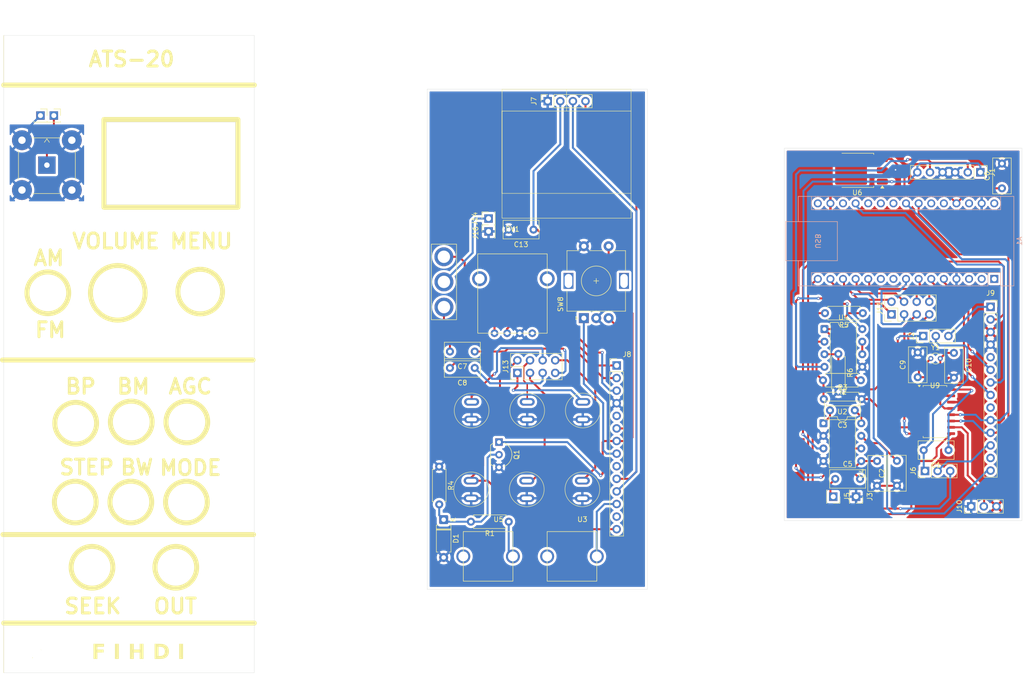
<source format=kicad_pcb>
(kicad_pcb (version 20241229) (generator "pcbnew") (generator_version "9.0")
  (layers (0 "F.Cu" signal) (2 "B.Cu" signal) (13 "F.Paste" user) (15 "B.Paste" user) (5 "F.SilkS" user "F.Silkscreen") (7 "B.SilkS" user "B.Silkscreen") (1 "F.Mask" user) (3 "B.Mask" user) (25 "Edge.Cuts" user))
  (net 0 "")
  (net 1 "BM")
  (net 2 "ENCSW")
  (net 3 "AGC")
  (net 7 "SCLK")
  (net 8 "STEP")
  (net 11 "+3V3")
  (net 15 "GND")
  (net 16 "BP")
  (net 17 "SDIO")
  (net 19 "RST")
  (net 21 "BW")
  (net 22 "MODE")
  (net 23 "+5V")
  (net 25 "ENCA")
  (net 27 "ENCB")
  (net 28 "Net-(U9-ROUT)")
  (net 29 "ROUT")
  (net 30 "Net-(U2-BYPASS)")
  (net 31 "Net-(C3-Pad2)")
  (net 32 "Net-(C3-Pad1)")
  (net 33 "Net-(C4-Pad2)")
  (net 34 "Net-(J5-Pin_1)")
  (net 35 "Net-(U9-DCLK)")
  (net 36 "Net-(U9-RCLK)")
  (net 37 "+12V")
  (net 38 "-12V")
  (net 39 "ROUT_PRE")
  (net 40 "Net-(J2-Pin_1)")
  (net 41 "Net-(J6-Pin_3)")
  (net 42 "JOUT")
  (net 43 "ROUT_POST")
  (net 44 "Net-(J10-Pin_2)")
  (net 45 "Net-(R2-Pad1)")
  (net 46 "Net-(U4A--)")
  (net 47 "Net-(U4B--)")
  (net 52 "FM")
  (net 53 "AM")
  (net 54 "Net-(SW7-A)")
  (net 55 "Net-(SW7-C)")
  (net 56 "Net-(D1-K)")
  (net 57 "Net-(R1-Pad1)")
  (net 58 "Net-(J12-Pin_1)")
  (net 59 "Net-(J14-Pin_1)")
  (footprint "Package_TO_SOT_SMD:TO-252-3_TabPin2" (layer "F.Cu") (at 212.4107 56.7 180)
    (property "Reference" "U6")
    (property "Value" "L7805")
  )
  (footprint "Connector_PinSocket_2.54mm:PinSocket_1x01_P2.54mm_Vertical" (layer "F.Cu") (at 47.8 45.65)
    (property "Reference" "J15" (hide yes))
    (property "Value" "Conn_01x01_Pin")
  )
  (footprint "MountingHole:MountingHole_3.2mm_M3" (layer "F.Cu") (at 83.46 32.5)
    (property "Reference" "REF**" (hide yes))
    (property "Value" "MountingHole_3.2mm_M3" (hide yes))
  )
  (footprint "Rotary_Encoder:RotaryEncoder_Alps_EC11E-Switch_Vertical_H20mm" (layer "F.Cu") (at 157.3 86.5 90)
    (property "Reference" "SW8")
    (property "Value" "RotaryEncoder_Switch")
  )
  (footprint "MountingHole:MountingHole_3.2mm_M3" (layer "F.Cu") (at 47.9 155)
    (property "Reference" "REF**" (hide yes))
    (property "Value" "MountingHole_3.2mm_M3" (hide yes))
  )
  (footprint "Package_DIP:DIP-8_W7.62mm" (layer "F.Cu") (at 205.7857 88.71)
    (property "Reference" "U4")
    (property "Value" "TL072")
  )
  (footprint "" (layer "F.Cu") (at 80.0107 81.15)
    (property "Reference" "")
    (property "Value" "")
  )
  (footprint "Library:PushButton" (layer "F.Cu") (at 157.0014 121.04 90)
    (property "Reference" "SW1" (hide yes))
    (property "Value" "SW_Push" (hide yes))
  )
  (footprint "Connector_PinHeader_2.54mm:PinHeader_1x14_P2.54mm_Vertical" (layer "F.Cu") (at 163.9164 96.05)
    (property "Reference" "J8")
    (property "Value" "Conn_01x14_Pin")
  )
  (footprint "Package_DIP:DIP-8_W7.62mm" (layer "F.Cu") (at 205.5857 107.71)
    (property "Reference" "U2")
    (property "Value" "LM386")
  )
  (footprint "Connector_PinSocket_2.54mm:PinSocket_1x04_P2.54mm_Vertical" (layer "F.Cu") (at 150.0164 42.75 90)
    (property "Reference" "J7")
    (property "Value" "Conn_01x04_Pin")
  )
  (footprint "Connector_PinHeader_2.54mm:PinHeader_2x04_P2.54mm_Vertical" (layer "F.Cu") (at 219.2957 85.74 90)
    (property "Reference" "J11")
    (property "Value" "Conn_02x04_Counter_Clockwise")
  )
  (footprint "Resistor_THT:R_Axial_DIN0207_L6.3mm_D2.5mm_P7.62mm_Horizontal" (layer "F.Cu") (at 128.15535 116.44535 -90)
    (property "Reference" "R4")
    (property "Value" "R")
  )
  (footprint "MountingHole:MountingHole_3.2mm_M3" (layer "F.Cu") (at 83.46 155)
    (property "Reference" "REF**" (hide yes))
    (property "Value" "MountingHole_3.2mm_M3" (hide yes))
  )
  (footprint "Connector_PinSocket_2.54mm:PinSocket_1x01_P2.54mm_Vertical" (layer "F.Cu") (at 50.5 45.65)
    (property "Reference" "J12" (hide yes))
    (property "Value" "Conn_01x01_Pin")
  )
  (footprint "Library:PushButton" (layer "F.Cu") (at 134.6014 121.04 90)
    (property "Reference" "SW5" (hide yes))
    (property "Value" "SW_Push" (hide yes))
  )
  (footprint "" (layer "F.Cu") (at 58.2 136.75)
    (property "Reference" "")
    (property "Value" "")
  )
  (footprint "MountingHole:MountingHole_3.2mm_M3" (layer "F.Cu") (at 47.9 32.5)
    (property "Reference" "REF**" (hide yes))
    (property "Value" "MountingHole_3.2mm_M3" (hide yes))
  )
  (footprint "Capacitor_THT:C_Rect_L7.0mm_W3.5mm_P5.00mm" (layer "F.Cu") (at 230.7907 113.12 180)
    (property "Reference" "C1")
    (property "Value" "C")
  )
  (footprint "Capacitor_THT:C_Rect_L7.0mm_W3.5mm_P5.00mm" (layer "F.Cu") (at 220.3907 120.29 90)
    (property "Reference" "C2")
    (property "Value" "C")
  )
  (footprint "Capacitor_THT:C_Rect_L7.0mm_W3.5mm_P5.00mm" (layer "F.Cu") (at 135.3164 96.55 180)
    (property "Reference" "C8")
    (property "Value" "C")
  )
  (footprint "Connector_PinSocket_2.54mm:PinSocket_1x01_P2.54mm_Vertical" (layer "F.Cu") (at 207.5607 122.51 -90)
    (property "Reference" "J5")
    (property "Value" "Conn_01x01_Pin")
  )
  (footprint "Package_TO_SOT_THT:TO-92L_Inline_Wide" (layer "F.Cu") (at 140.20535 111.50535 -90)
    (property "Reference" "Q1")
    (property "Value" "BC547")
  )
  (footprint "Package_SO:SOIC-16_4.55x10.3mm_P1.27mm" (layer "F.Cu") (at 228.0607 105.35)
    (property "Reference" "U9")
    (property "Value" "~")
  )
  (footprint "Connector_PinHeader_2.54mm:PinHeader_1x03_P2.54mm_Vertical" (layer "F.Cu") (at 226.0507 117.33 90)
    (property "Reference" "J6")
    (property "Value" "Conn_01x02_Pin")
  )
  (footprint "Library:PushButton" (layer "F.Cu") (at 145.8907 105.14 90)
    (property "Reference" "SW3" (hide yes))
    (property "Value" "SW_Push" (hide yes))
  )
  (footprint "Library:3mm5 Mono Aux" (layer "F.Cu") (at 154.9107 134.55)
    (property "Reference" "U3")
    (property "Value" "Aux_flush")
  )
  (footprint "" (layer "F.Cu") (at 75.0893 136.75)
    (property "Reference" "")
    (property "Value" "")
  )
  (footprint "Capacitor_THT:C_Rect_L7.0mm_W3.5mm_P5.00mm" (layer "F.Cu") (at 241.5607 60.33 90)
    (property "Reference" "C6")
    (property "Value" "C")
  )
  (footprint "Library:3mm5 Mono Aux" (layer "F.Cu") (at 138.0107 134.55)
    (property "Reference" "U5")
    (property "Value" "Aux_flush")
  )
  (footprint "Capacitor_THT:C_Rect_L7.0mm_W3.5mm_P5.00mm" (layer "F.Cu") (at 207.9607 118.93)
    (property "Reference" "C5")
    (property "Value" "C")
  )
  (footprint "" (layer "F.Cu") (at 54.82675 123.59465)
    (property "Reference" "")
    (property "Value" "")
  )
  (footprint "Resistor_THT:R_Axial_DIN0207_L6.3mm_D2.5mm_P7.62mm_Horizontal" (layer "F.Cu") (at 213.1157 99.03 180)
    (property "Reference" "R2")
    (property "Value" "R")
  )
  (footprint "Connector_Coaxial:BNC_TEConnectivity_1478035_Horizontal" (layer "F.Cu") (at 49.1 55.65)
    (property "Reference" "J4" (hide yes))
    (property "Value" "Conn_Coaxial")
  )
  (footprint "Connector_PinHeader_2.54mm:PinHeader_2x04_P2.54mm_Vertical" (layer "F.Cu") (at 143.9164 97.55 90)
    (property "Reference" "J13")
    (property "Value" "Conn_02x04_Counter_Clockwise")
  )
  (footprint "" (layer "F.Cu") (at 66.1107 107.45)
    (property "Reference" "")
    (property "Value" "")
  )
  (footprint "Connector_PinHeader_2.54mm:PinHeader_1x06_P2.54mm_Vertical" (layer "F.Cu") (at 237.2107 57.1 -90)
    (property "Reference" "J1")
    (property "Value" "Conn_01x06_Pin")
  )
  (footprint "Library:PushButton" (layer "F.Cu") (at 157.0907 105.14 90)
    (property "Reference" "SW6" (hide yes))
    (property "Value" "SW_Push" (hide yes))
  )
  (footprint "Crystal:Crystal_DS26_D2.0mm_L6.0mm_Vertical" (layer "F.Cu") (at 227.2257 94.65)
    (property "Reference" "Y1")
    (property "Value" "Crystal")
  )
  (footprint "Capacitor_THT:C_Rect_L7.0mm_W3.5mm_P5.00mm" (layer "F.Cu") (at 224.5907 98.42 90)
    (property "Reference" "C9")
    (property "Value" "C")
  )
  (footprint "Capacitor_THT:C_Rect_L7.0mm_W3.5mm_P5.00mm" (layer "F.Cu") (at 211.9057 105.1 180)
    (property "Reference" "C3")
    (property "Value" "C")
  )
  (footprint "Resistor_THT:R_Axial_DIN0207_L6.3mm_D2.5mm_P7.62mm_Horizontal" (layer "F.Cu") (at 208.5907 93.72 -90)
    (property "Reference" "R6")
    (property "Value" "R")
  )
  (footprint "Diode_THT:D_A-405_P7.62mm_Horizontal" (layer "F.Cu") (at 129.05535 127.14535 -90)
    (property "Reference" "D1")
    (property "Value" "D")
  )
  (footprint "Resistor_THT:R_Axial_DIN0207_L6.3mm_D2.5mm_P7.62mm_Horizontal" (layer "F.Cu") (at 205.6607 102.83)
    (property "Reference" "R3")
    (property "Value" "R")
  )
  (footprint "Library:PushButton" (layer "F.Cu") (at 134.6907 105.14 90)
    (property "Reference" "SW2" (hide yes))
    (property "Value" "SW_Push" (hide yes))
  )
  (footprint "Connector_PinSocket_2.54mm:PinSocket_1x01_P2.54mm_Vertical" (layer "F.Cu") (at 212.1607 122.51 -90)
    (property "Reference" "J3")
    (property "Value" "Conn_01x01_Pin")
  )
  (footprint "" (layer "F.Cu") (at 49.3 81.4)
    (property "Reference" "")
    (property "Value" "")
  )
  (footprint "Connector_PinHeader_2.54mm:PinHeader_1x03_P2.54mm_Vertical" (layer "F.Cu") (at 235.3607 124.47 90)
    (property "Reference" "J10")
    (property "Value" "Conn_01x02_Pin")
  )
  (footprint "Library:PushButton" (layer "F.Cu") (at 145.8014 121.04 90)
    (property "Reference" "SW4" (hide yes))
    (property "Value" "SW_Push" (hide yes))
  )
  (footprint "Library:AlpsPot" (layer "F.Cu") (at 139.3007 89.549)
    (property "Reference" "RV1")
    (property "Value" "R_Potentiometer")
  )
  (footprint "Connector_PinHeader_2.54mm:PinHeader_1x03_P2.54mm_Vertical" (layer "F.Cu") (at 225.6907 90.12 90)
    (property "Reference" "J2")
    (property "Value" "Conn_01x02_Pin")
  )
  (footprint "Library:Switch" (layer "F.Cu") (at 131.6507 79.2 90)
    (property "Reference" "SW7" (hide yes))
    (property "Value" "SW_SPDT")
  )
  (footprint "Capacitor_THT:C_Rect_L7.0mm_W3.5mm_P5.00mm" (layer "F.Cu") (at 231.8757 93.52 -90)
    (property "Reference" "C10")
    (property "Value" "C")
  )
  (footprint "" (layer "F.Cu") (at 54.90535 107.69465)
    (property "Reference" "")
    (property "Value" "")
  )
  (footprint "Connector_PinSocket_2.54mm:PinSocket_1x01_P2.54mm_Vertical" (layer "F.Cu") (at 138.1 66.42 90)
    (property "Reference" "J14")
    (property "Value" "Conn_01x01_Pin")
  )
  (footprint "" (layer "F.Cu") (at 77.22675 123.59465)
    (property "Reference" "")
    (property "Value" "")
  )
  (footprint "" (layer "F.Cu") (at 77.3107 107.45)
    (property "Reference" "")
    (property "Value" "")
  )
  (footprint "" (layer "F.Cu") (at 63.4 81.4)
    (property "Reference" "")
    (property "Value" "")
  )
  (footprint "Capacitor_THT:C_Rect_L7.0mm_W3.5mm_P5.00mm" (layer "F.Cu") (at 216.3907 120.32 90)
    (property "Reference" "C4")
    (property "Value" "C")
  )
  (footprint "Capacitor_THT:C_Rect_L7.0mm_W3.5mm_P5.00mm" (layer "F.Cu") (at 135.3164 93.24 180)
    (property "Reference" "C7")
    (property "Value" "C")
  )
  (footprint "" (layer "F.Cu") (at 66.02675 123.59465)
    (property "Reference" "")
    (property "Value" "")
  )
  (footprint "Resistor_THT:R_Axial_DIN0207_L6.3mm_D2.5mm_P7.62mm_Horizontal" (layer "F.Cu") (at 142.16535 127.55535 180)
    (property "Reference" "R1")
    (property "Value" "R")
  )
  (footprint "Connector_PinSocket_2.54mm:PinSocket_1x01_P2.54mm_Vertical" (layer "F.Cu") (at 138.1 69.02 90)
    (property "Reference" "J16")
    (property "Value" "Conn_01x01_Pin")
  )
  (footprint "Capacitor_THT:C_Rect_L7.0mm_W3.5mm_P5.00mm" (layer "F.Cu") (at 147.15535 68.65535 180)
    (property "Reference" "C13")
    (property "Value" "C")
  )
  (footprint "Resistor_THT:R_Axial_DIN0207_L6.3mm_D2.5mm_P7.62mm_Horizontal" (layer "F.Cu") (at 213.5207 85.5 180)
    (property "Reference" "R5")
    (property "Value" "R")
  )
  (footprint "Connector_PinSocket_2.54mm:PinSocket_1x14_P2.54mm_Vertical" (layer "F.Cu") (at 239.2607 84.23)
    (property "Reference" "J9")
    (property "Value" "Conn_01x14_Pin")
  )
  (footprint "Module:Arduino_Nano" (layer "B.Cu") (at 240.0107 78.6 90)
    (property "Reference" "A1")
    (property "Value" "Arduino_Nano_Every")
  )
  (gr_circle (center 49.2893 81.4) (end 53.5 81.4) (stroke (width 1)) (fill no) (layer "F.SilkS"))
  (gr_circle (center 80 81.15) (end 84.5 81.15) (stroke (width 1)) (fill no) (layer "F.SilkS"))
  (gr_rect (start 60.6 46.45) (end 87.6 64.15) (stroke (width 1)) (fill no) (layer "F.SilkS"))
  (gr_line (start 90.9 148) (end 40.4 148) (stroke (width 1)) (layer "F.SilkS"))
  (gr_circle (center 77.21605 123.59465) (end 81.42675 123.59465) (stroke (width 1)) (fill no) (layer "F.SilkS"))
  (gr_line (start 40.25 130.15) (end 90.75 130.15) (stroke (width 1)) (layer "F.SilkS"))
  (gr_circle (center 54.81605 123.59465) (end 59.02675 123.59465) (stroke (width 1)) (fill no) (layer "F.SilkS"))
  (gr_circle (center 66.1 107.45) (end 70.3107 107.45) (stroke (width 1)) (fill no) (layer "F.SilkS"))
  (gr_circle (center 75.0786 136.75) (end 79.2893 136.75) (stroke (width 1)) (fill no) (layer "F.SilkS"))
  (gr_line (start 140.8164 61.35) (end 166.8164 61.35) (stroke (width 0.1)) (layer "F.SilkS"))
  (gr_line (start 40.4 29.5) (end 40.4 39.5) (stroke (width 0.1)) (layer "F.SilkS"))
  (gr_line (start 40.4 39.5) (end 90.9 39.5) (stroke (width 1)) (layer "F.SilkS"))
  (gr_circle (center 77.3 107.45) (end 81.5107 107.45) (stroke (width 1)) (fill no) (layer "F.SilkS"))
  (gr_line (start 40.4 158) (end 40.4 148) (stroke (width 0.1)) (layer "F.SilkS"))
  (gr_circle (center 66.01605 123.59465) (end 70.22675 123.59465) (stroke (width 1)) (fill no) (layer "F.SilkS"))
  (gr_circle (center 63.3893 81.4) (end 68.9 81.5) (stroke (width 1)) (fill no) (layer "F.SilkS"))
  (gr_line (start 46.2 155) (end 47.9 155) (stroke (width 0.1)) (layer "F.SilkS"))
  (gr_circle (center 58.1893 136.75) (end 62.4 136.75) (stroke (width 1)) (fill no) (layer "F.SilkS"))
  (gr_line (start 47.9 153.4) (end 47.9 155) (stroke (width 0.1)) (layer "F.SilkS"))
  (gr_line (start 140.8164 44.75) (end 166.8164 44.75) (stroke (width 0.1)) (layer "F.SilkS"))
  (gr_line (start 40.15 94.95) (end 90.65 94.95) (stroke (width 1)) (layer "F.SilkS"))
  (gr_line (start 140.8164 44.75) (end 140.8164 61.35) (stroke (width 0.1)) (layer "F.SilkS"))
  (gr_rect (start 140.8164 40.35) (end 166.8164 66.35) (stroke (width 0.1)) (fill no) (layer "F.SilkS"))
  (gr_circle (center 54.90535 107.69465) (end 59.11605 107.69465) (stroke (width 1)) (fill no) (layer "F.SilkS"))
  (gr_line (start 153.8164 40.35) (end 153.8164 44.75) (stroke (width 0.1)) (layer "F.SilkS"))
  (gr_rect (start 61.1 46.95) (end 87.1 63.65) (stroke (width 0.05)) (fill no) (layer "Edge.Cuts"))
  (gr_rect (start 197.6957 52.24) (end 245.5957 127.34) (stroke (width 0.05)) (fill no) (layer "Edge.Cuts"))
  (gr_rect (start 125.7164 40.3) (end 170.1164 141.2) (stroke (width 0.05)) (fill no) (layer "Edge.Cuts"))
  (gr_rect (start 40.4 29.5) (end 90.9 158) (stroke (width 0.05)) (fill no) (layer "Edge.Cuts"))
  (gr_text "SEEK" (at 52.3 146.35 0) (layer "F.SilkS") (effects (font (size 3 3) (thickness 0.6) (bold yes)) (justify left bottom)))
  (gr_text "BM" (at 62.9107 102.05 0) (layer "F.SilkS") (effects (font (size 3 3) (thickness 0.6) (bold yes)) (justify left bottom)))
  (gr_text "BW" (at 63.6107 118.35 0) (layer "F.SilkS") (effects (font (size 3 3) (thickness 0.6) (bold yes)) (justify left bottom)))
  (gr_text "ATS-20" (at 57.2 36.05 0) (layer "F.SilkS") (effects (font (size 3 3) (thickness 0.6) (bold yes)) (justify left bottom)))
  (gr_text "STEP" (at 51.3107 118.35 0) (layer "F.SilkS") (effects (font (size 3 3) (thickness 0.6) (bold yes)) (justify left bottom)))
  (gr_text "AGC" (at 73.3107 102.05 0) (layer "F.SilkS") (effects (font (size 3 3) (thickness 0.6) (bold yes)) (justify left bottom)))
  (gr_text "MENU" (at 73.6 72.75 0) (layer "F.SilkS") (effects (font (size 3 3) (thickness 0.6) (bold yes)) (justify left bottom)))
  (gr_text "MODE\n" (at 71.5107 118.45 0) (layer "F.SilkS") (effects (font (size 3 3) (thickness 0.6) (bold yes)) (justify left bottom)))
  (gr_text "FM\n" (at 46.4 90.65 0) (layer "F.SilkS") (effects (font (size 3 3) (thickness 0.6) (bold yes)) (justify left bottom)))
  (gr_text "BP" (at 52.5107 102.05 0) (layer "F.SilkS") (effects (font (size 3 3) (thickness 0.6) (bold yes)) (justify left bottom)))
  (gr_text "OUT" (at 70.3 146.35 0) (layer "F.SilkS") (effects (font (size 3 3) (thickness 0.6) (bold yes)) (justify left bottom)))
  (gr_text "AM" (at 46.1 76.15 0) (layer "F.SilkS") (effects (font (size 3 3) (thickness 0.6) (bold yes)) (justify left bottom)))
  (gr_text "VOLUME" (at 53.9 72.75 0) (layer "F.SilkS") (effects (font (size 3 3) (thickness 0.6) (bold yes)) (justify left bottom)))
  (gr_text "F I H D I" (at 58.1 155.75 0) (layer "F.SilkS") (effects (font (size 3 3) (thickness 0.6) (bold yes)) (justify left bottom)))
  (segment (start 212.2707 78.8) (end 212.2707 80.6) (width 0.4) (layer "F.Cu") (net 1))
  (segment (start 212.0707 78.6) (end 212.2707 78.8) (width 0.4) (layer "F.Cu") (net 1))
  (segment (start 146.4564 95.01) (end 145.2 96.2664) (width 0.4) (layer "F.Cu") (net 1))
  (segment (start 145.8907 103.39) (end 145.8907 99.8407) (width 0.3) (layer "F.Cu") (net 1))
  (segment (start 145.2 99.15) (end 145.2 96.2664) (width 0.3) (layer "F.Cu") (net 1))
  (segment (start 212.2707 80.6) (end 213.1907 81.52) (width 0.4) (layer "F.Cu") (net 1))
  (segment (start 145.8907 99.8407) (end 145.2 99.15) (width 0.3) (layer "F.Cu") (net 1))
  (segment (start 220.1557 81.52) (end 221.8357 83.2) (width 0.4) (layer "F.Cu") (net 1))
  (segment (start 213.1907 81.52) (end 220.1557 81.52) (width 0.4) (layer "F.Cu") (net 1))
  (segment (start 167.1 110.55) (end 167 110.55) (width 0.4) (layer "F.Cu") (net 2))
  (segment (start 162.3 80.75) (end 167.1 85.55) (width 0.4) (layer "F.Cu") (net 2))
  (segment (start 161.1 117.85) (end 160.7 118.25) (width 0.4) (layer "F.Cu") (net 2))
  (segment (start 166.26 111.29) (end 163.9164 111.29) (width 0.4) (layer "F.Cu") (net 2))
  (segment (start 161.1 111.55) (end 161.1 117.85) (width 0.4) (layer "F.Cu") (net 2))
  (segment (start 167 110.55) (end 166.26 111.29) (width 0.4) (layer "F.Cu") (net 2))
  (segment (start 161.36 111.29) (end 161.1 111.55) (width 0.4) (layer "F.Cu") (net 2))
  (segment (start 167.1 85.55) (end 167.1 110.55) (width 0.4) (layer "F.Cu") (net 2))
  (segment (start 163.9164 111.29) (end 161.36 111.29) (width 0.4) (layer "F.Cu") (net 2))
  (segment (start 162.3 72) (end 162.3 80.75) (width 0.4) (layer "F.Cu") (net 2))
  (via (at 160.7 118.25) (size 0.6) (drill 0.3) (layers "F.Cu" "B.Cu") (net 2))
  (segment (start 213.6107 65.3) (end 212.0707 63.76) (width 0.4) (layer "B.Cu") (net 2))
  (segment (start 153.95535 111.50535) (end 140.20535 111.50535) (width 0.4) (layer "B.Cu") (net 2))
  (segment (start 241.9607 76.13) (end 241.5307 75.7) (width 0.4) (layer "B.Cu") (net 2))
  (segment (start 222.1107 65.3) (end 213.6107 65.3) (width 0.4) (layer "B.Cu") (net 2))
  (segment (start 160.7 118.25) (end 153.95535 111.50535) (width 0.4) (layer "B.Cu") (net 2))
  (segment (start 239.2607 99.47) (end 241.2407 99.47) (width 0.4) (layer "B.Cu") (net 2))
  (segment (start 232.5107 75.7) (end 222.1107 65.3) (width 0.4) (layer "B.Cu") (net 2))
  (segment (start 241.2407 99.47) (end 241.9607 98.75) (width 0.4) (layer "B.Cu") (net 2))
  (segment (start 212.0707 63.76) (end 212.0707 63.36) (width 0.4) (layer "B.Cu") (net 2))
  (segment (start 241.9607 98.75) (end 241.9607 76.13) (width 0.4) (layer "B.Cu") (net 2))
  (segment (start 241.5307 75.7) (end 232.5107 75.7) (width 0.4) (layer "B.Cu") (net 2))
  (segment (start 207.1907 78.8) (end 207.1907 79.26) (width 0.4) (layer "F.Cu") (net 3))
  (segment (start 219.2957 85.725) (end 219.2957 85.74) (width 0.4) (layer "F.Cu") (net 3))
  (segment (start 143.9164 100.2336) (end 143.1 101.05) (width 0.4) (layer "F.Cu") (net 3))
  (segment (start 206.9907 78.6) (end 207.1907 78.8) (width 0.4) (layer "F.Cu") (net 3))
  (segment (start 211.5307 83.6) (end 217.1707 83.6) (width 0.4) (layer "F.Cu") (net 3))
  (segment (start 217.1707 83.6) (end 219.2957 85.725) (width 0.4) (layer "F.Cu") (net 3))
  (segment (start 207.1907 79.26) (end 211.5307 83.6) (width 0.4) (layer "F.Cu") (net 3))
  (segment (start 143.9164 97.55) (end 143.9164 100.2336) (width 0.4) (layer "F.Cu") (net 3))
  (via (at 143.1 101.05) (size 0.6) (drill 0.3) (layers "F.Cu" "B.Cu") (net 3))
  (segment (start 143.1 101.05) (end 154.7507 101.05) (width 0.4) (layer "B.Cu") (net 3))
  (segment (start 154.7507 101.05) (end 157.0907 103.39) (width 0.4) (layer "B.Cu") (net 3))
  (segment (start 224.7707 65.38) (end 224.7707 63.48) (width 0.4) (layer "F.Cu") (net 7))
  (segment (start 240.3807 109.63) (end 242.8607 107.15) (width 0.4) (layer "F.Cu") (net 7))
  (segment (start 239.2607 109.63) (end 240.3807 109.63) (width 0.4) (layer "F.Cu") (net 7))
  (segment (start 233.2607 107.255) (end 231.3107 107.255) (width 0.4) (layer "F.Cu") (net 7))
  (segment (start 233.0107 73.62) (end 224.7707 65.38) (width 0.4) (layer "F.Cu") (net 7))
  (segment (start 242.8607 107.15) (end 242.8607 73.62) (width 0.4) (layer "F.Cu") (net 7))
  (segment (start 242.8607 73.62) (end 233.0107 73.62) (width 0.4) (layer "F.Cu") (net 7))
  (via (at 233.2607 107.255) (size 0.6) (drill 0.3) (layers "F.Cu" "B.Cu") (net 7))
  (segment (start 239.2607 109.63) (end 238.1007 109.63) (width 0.4) (layer "B.Cu") (net 7))
  (segment (start 155.0964 52.1464) (end 167.9 64.95) (width 0.4) (layer "B.Cu") (net 7))
  (segment (start 167.9 64.95) (end 167.9 117.4664) (width 0.4) (layer "B.Cu") (net 7))
  (segment (start 167.9 117.4664) (end 163.9164 121.45) (width 0.4) (layer "B.Cu") (net 7))
  (segment (start 224.7707 63.48) (end 224.7707 63.36) (width 0.4) (layer "B.Cu") (net 7))
  (segment (start 235.7257 107.255) (end 233.2607 107.255) (width 0.4) (layer "B.Cu") (net 7))
  (segment (start 238.1007 109.63) (end 235.7257 107.255) (width 0.4) (layer "B.Cu") (net 7))
  (segment (start 155.0964 42.75) (end 155.0964 52.1464) (width 0.4) (layer "B.Cu") (net 7))
  (segment (start 209.7307 79.86) (end 211.5407 81.67) (width 0.4) (layer "F.Cu") (net 8))
  (segment (start 209.7307 78.8) (end 209.7307 79.86) (width 0.4) (layer "F.Cu") (net 8))
  (segment (start 147.72 129.07) (end 137.94 119.29) (width 0.4) (layer "F.Cu") (net 8))
  (segment (start 212.6707 82.8) (end 218.8957 82.8) (width 0.4) (layer "F.Cu") (net 8))
  (segment (start 134.6014 119.29) (end 134.6014 118.6486) (width 0.4) (layer "F.Cu") (net 8))
  (segment (start 209.5307 78.6) (end 209.7307 78.8) (width 0.4) (layer "F.Cu") (net 8))
  (segment (start 140.4 106.85) (end 140.4 98.5264) (width 0.4) (layer "F.Cu") (net 8))
  (segment (start 134.6014 118.6486) (end 137 116.25) (width 0.4) (layer "F.Cu") (net 8))
  (segment (start 137 110.25) (end 140.4 106.85) (width 0.4) (layer "F.Cu") (net 8))
  (segment (start 140.4 98.5264) (end 143.9164 95.01) (width 0.4) (layer "F.Cu") (net 8))
  (segment (start 163.9164 129.07) (end 147.72 129.07) (width 0.4) (layer "F.Cu") (net 8))
  (segment (start 211.5407 81.67) (end 212.6707 82.8) (width 0.4) (layer "F.Cu") (net 8))
  (segment (start 137 116.25) (end 137 110.25) (width 0.4) (layer "F.Cu") (net 8))
  (segment (start 218.8957 82.8) (end 219.2957 83.2) (width 0.4) (layer "F.Cu") (net 8))
  (segment (start 137.94 119.29) (end 134.6014 119.29) (width 0.4) (layer "F.Cu") (net 8))
  (via (at 211.5407 81.67) (size 0.6) (drill 0.3) (layers "F.Cu" "B.Cu") (net 8))
  (segment (start 218.4107 124.8) (end 219.5107 125.9) (width 0.4) (layer "B.Cu") (net 8))
  (segment (start 215.7107 110.7) (end 218.4107 113.4) (width 0.4) (layer "B.Cu") (net 8))
  (segment (start 229.9307 125.9) (end 238.5807 117.25) (width 0.4) (layer "B.Cu") (net 8))
  (segment (start 219.5107 125.9) (end 229.9307 125.9) (width 0.4) (layer "B.Cu") (net 8))
  (segment (start 218.4107 113.4) (end 218.4107 124.8) (width 0.4) (layer "B.Cu") (net 8))
  (segment (start 211.5407 81.67) (end 214.6807 81.67) (width 0.4) (layer "B.Cu") (net 8))
  (segment (start 238.5807 117.25) (end 239.2607 117.25) (width 0.4) (layer "B.Cu") (net 8))
  (segment (start 214.6807 81.67) (end 215.7107 82.7) (width 0.4) (layer "B.Cu") (net 8))
  (segment (start 215.7107 82.7) (end 215.7107 110.7) (width 0.4) (layer "B.Cu") (net 8))
  (segment (start 156.3 75.55) (end 156.6 75.85) (width 0.4) (layer "F.Cu") (net 11))
  (segment (start 156.6 75.85) (end 156.6 82.35) (width 0.4) (layer "F.Cu") (net 11))
  (segment (start 154.8 75.55) (end 156.3 75.55) (width 0.4) (layer "F.Cu") (net 11))
  (segment (start 154.3 88.55) (end 156.4 90.65) (width 0.4) (layer "F.Cu") (net 11))
  (segment (start 147.15535 68.65535) (end 147.90535 68.65535) (width 0.4) (layer "F.Cu") (net 11))
  (segment (start 156.6 82.35) (end 154.3 84.65) (width 0.4) (layer "F.Cu") (net 11))
  (segment (start 156.4 90.65) (end 159.2 93.45) (width 0.4) (layer "F.Cu") (net 11))
  (segment (start 154.3 84.65) (end 154.3 88.55) (width 0.4) (layer "F.Cu") (net 11))
  (segment (start 159.2 93.45) (end 161 93.45) (width 0.4) (layer "F.Cu") (net 11))
  (segment (start 147.90535 68.65535) (end 154.8 75.55) (width 0.4) (layer "F.Cu") (net 11))
  (via (at 161 93.45) (size 0.6) (drill 0.3) (layers "F.Cu" "B.Cu") (net 11))
  (segment (start 161 99.55) (end 162.58 101.13) (width 0.4) (layer "B.Cu") (net 11))
  (segment (start 162.58 101.13) (end 163.9164 101.13) (width 0.4) (layer "B.Cu") (net 11))
  (segment (start 152.5564 51.4543) (end 152.5564 42.75) (width 0.4) (layer "B.Cu") (net 11))
  (segment (start 161 93.45) (end 161 99.55) (width 0.4) (layer "B.Cu") (net 11))
  (segment (start 147.15535 68.65535) (end 147.15535 56.85535) (width 0.4) (layer "B.Cu") (net 11))
  (segment (start 147.15535 56.85535) (end 152.5564 51.4543) (width 0.4) (layer "B.Cu") (net 11))
  (segment (start 217.4507 56.7) (end 220.0107 56.7) (width 0.4) (layer "F.Cu") (net 15))
  (segment (start 217.4507 56.7) (end 211.1507 56.7) (width 0.4) (layer "F.Cu") (net 15))
  (segment (start 224.8107 108.525) (end 220.6557 108.525) (width 0.4) (layer "F.Cu") (net 15))
  (segment (start 229.8107 99.5) (end 230.7907 98.52) (width 0.4) (layer "F.Cu") (net 15))
  (segment (start 230.0857 102.175) (end 229.8107 101.9) (width 0.4) (layer "F.Cu") (net 15))
  (segment (start 229.8107 101.9) (end 229.8107 99.5) (width 0.4) (layer "F.Cu") (net 15))
  (segment (start 231.3107 102.175) (end 230.0857 102.175) (width 0.4) (layer "F.Cu") (net 15))
  (segment (start 230.7907 98.52) (end 231.8757 98.52) (width 0.4) (layer "F.Cu") (net 15))
  (segment (start 220.6557 108.525) (end 214.9607 102.83) (width 0.4) (layer "F.Cu") (net 15))
  (segment (start 220.0107 56.7) (end 220.1107 56.6) (width 0.4) (layer "F.Cu") (net 15))
  (segment (start 220.3607 120.32) (end 220.3907 120.29) (width 0.4) (layer "F.Cu") (net 15))
  (segment (start 214.9607 102.83) (end 213.2807 102.83) (width 0.4) (layer "F.Cu") (net 15))
  (segment (start 216.3907 120.32) (end 220.3607 120.32) (width 0.4) (layer "F.Cu") (net 15))
  (via (at 220.1107 56.6) (size 0.6) (drill 0.3) (layers "F.Cu" "B.Cu") (net 15))
  (segment (start 45.5 47.95) (end 45.5 49.2) (width 0.4) (layer "B.Cu") (net 15))
  (segment (start 45.5 49.2) (end 44.075 50.625) (width 0.4) (layer "B.Cu") (net 15))
  (segment (start 47.8 45.65) (end 45.5 47.95) (width 0.4) (layer "B.Cu") (net 15))
  (segment (start 214.8107 79.94) (end 215.4907 80.62) (width 0.4) (layer "F.Cu") (net 16))
  (segment (start 134.6907 102.2593) (end 139.2 97.75) (width 0.4) (layer "F.Cu") (net 16))
  (segment (start 214.6107 78.6) (end 214.8107 78.8) (width 0.4) (layer "F.Cu") (net 16))
  (segment (start 139.2 97.75) (end 139.3 97.75) (width 0.4) (layer "F.Cu") (net 16))
  (segment (start 224.3757 81.205) (end 224.3757 83.2) (width 0.4) (layer "F.Cu") (net 16))
  (segment (start 223.7907 80.62) (end 224.3757 81.205) (width 0.4) (layer "F.Cu") (net 16))
  (segment (start 215.4907 80.62) (end 223.7907 80.62) (width 0.4) (layer "F.Cu") (net 16))
  (segment (start 214.8107 78.8) (end 214.8107 79.94) (width 0.4) (layer "F.Cu") (net 16))
  (segment (start 134.6907 103.39) (end 134.6907 102.2593) (width 0.4) (layer "F.Cu") (net 16))
  (via (at 139.3 97.75) (size 0.6) (drill 0.3) (layers "F.Cu" "B.Cu") (net 16))
  (segment (start 148.9964 95.01) (end 148.9964 92.7464) (width 0.4) (layer "B.Cu") (net 16))
  (segment (start 139.8 97.25) (end 139.3 97.75) (width 0.4) (layer "B.Cu") (net 16))
  (segment (start 139.8 93.35) (end 139.8 94.15) (width 0.4) (layer "B.Cu") (net 16))
  (segment (start 140.6 92.55) (end 139.8 93.35) (width 0.4) (layer "B.Cu") (net 16))
  (segment (start 139.8 94.15) (end 139.8 97.25) (width 0.4) (layer "B.Cu") (net 16))
  (segment (start 148.9964 92.7464) (end 148.8 92.55) (width 0.4) (layer "B.Cu") (net 16))
  (segment (start 148.8 92.55) (end 140.6 92.55) (width 0.4) (layer "B.Cu") (net 16))
  (segment (start 163.9164 118.91) (end 166.44 118.91) (width 0.4) (layer "F.Cu") (net 17))
  (segment (start 166.44 118.91) (end 167.9 117.45) (width 0.4) (layer "F.Cu") (net 17))
  (segment (start 167.9 60.35) (end 157.6364 50.0864) (width 0.4) (layer "F.Cu") (net 17))
  (segment (start 157.6364 50.0864) (end 157.6364 42.75) (width 0.4) (layer "F.Cu") (net 17))
  (segment (start 167.9 117.45) (end 167.9 60.35) (width 0.4) (layer "F.Cu") (net 17))
  (segment (start 231.3107 105.985) (end 233.1607 105.985) (width 0.4) (layer "F.Cu") (net 17))
  (via (at 233.1607 105.985) (size 0.6) (drill 0.3) (layers "F.Cu" "B.Cu") (net 17))
  (segment (start 236.2557 105.985) (end 237.3607 107.09) (width 0.4) (layer "B.Cu") (net 17))
  (segment (start 233.5007 74.63) (end 222.2307 63.36) (width 0.4) (layer "B.Cu") (net 17))
  (segment (start 242.7607 75.13) (end 242.2607 74.63) (width 0.4) (layer "B.Cu") (net 17))
  (segment (start 242.2607 74.63) (end 233.5007 74.63) (width 0.4) (layer "B.Cu") (net 17))
  (segment (start 241.1207 107.09) (end 242.7607 105.45) (width 0.4) (layer "B.Cu") (net 17))
  (segment (start 233.1607 105.985) (end 236.2557 105.985) (width 0.4) (layer "B.Cu") (net 17))
  (segment (start 242.7607 105.45) (end 242.7607 75.13) (width 0.4) (layer "B.Cu") (net 17))
  (segment (start 237.3607 107.09) (end 239.2607 107.09) (width 0.4) (layer "B.Cu") (net 17))
  (segment (start 239.2607 107.09) (end 241.1207 107.09) (width 0.4) (layer "B.Cu") (net 17))
  (segment (start 202.4967 123.226) (end 202.4967 80.414) (width 0.4) (layer "F.Cu") (net 19))
  (segment (start 221.9907 126.02) (end 205.2907 126.02) (width 0.4) (layer "F.Cu") (net 19))
  (segment (start 224.4907 115.32) (end 223.2907 116.52) (width 0.4) (layer "F.Cu") (net 19))
  (segment (start 204.3107 78.6) (end 204.4507 78.6) (width 0.4) (layer "F.Cu") (net 19))
  (segment (start 228.3907 112.715) (end 228.3907 114.32) (width 0.4) (layer "F.Cu") (net 19))
  (segment (start 228.3907 114.32) (end 227.3907 115.32) (width 0.4) (layer "F.Cu") (net 19))
  (segment (start 231.3107 109.795) (end 228.3907 112.715) (width 0.4) (layer "F.Cu") (net 19))
  (segment (start 223.2907 124.72) (end 221.9907 126.02) (width 0.4) (layer "F.Cu") (net 19))
  (segment (start 205.2907 126.02) (end 202.4967 123.226) (width 0.4) (layer "F.Cu") (net 19))
  (segment (start 223.2907 116.52) (end 223.2907 124.72) (width 0.4) (layer "F.Cu") (net 19))
  (segment (start 227.3907 115.32) (end 224.4907 115.32) (width 0.4) (layer "F.Cu") (net 19))
  (segment (start 202.4967 80.414) (end 204.3107 78.6) (width 0.4) (layer "F.Cu") (net 19))
  (segment (start 146.86 119.29) (end 149.4 116.75) (width 0.4) (layer "F.Cu") (net 21))
  (segment (start 145.8014 119.29) (end 146.86 119.29) (width 0.4) (layer "F.Cu") (net 21))
  (segment (start 149.4 116.75) (end 149.4 101.85) (width 0.4) (layer "F.Cu") (net 21))
  (segment (start 146.4564 98.9064) (end 146.4564 97.55) (width 0.4) (layer "F.Cu") (net 21))
  (segment (start 149.4 101.85) (end 146.4564 98.9064) (width 0.4) (layer "F.Cu") (net 21))
  (segment (start 221.1907 87.72) (end 221.8357 87.075) (width 0.4) (layer "B.Cu") (net 21))
  (segment (start 222.2307 79.68) (end 220.8907 81.02) (width 0.4) (layer "B.Cu") (net 21))
  (segment (start 217.2907 81.02) (end 217.2907 87.42) (width 0.4) (layer "B.Cu") (net 21))
  (segment (start 220.8907 81.02) (end 217.2907 81.02) (width 0.4) (layer "B.Cu") (net 21))
  (segment (start 217.2907 87.42) (end 217.5907 87.72) (width 0.4) (layer "B.Cu") (net 21))
  (segment (start 221.8357 87.075) (end 221.8357 85.74) (width 0.4) (layer "B.Cu") (net 21))
  (segment (start 222.2307 78.6) (end 222.2307 79.68) (width 0.4) (layer "B.Cu") (net 21))
  (segment (start 217.5907 87.72) (end 221.1907 87.72) (width 0.4) (layer "B.Cu") (net 21))
  (segment (start 159.6 100.65) (end 159.6 116.6914) (width 0.4) (layer "F.Cu") (net 22))
  (segment (start 224.9707 78.8) (end 224.9707 79.7) (width 0.4) (layer "F.Cu") (net 22))
  (segment (start 224.9707 79.7) (end 226.9157 81.645) (width 0.4) (layer "F.Cu") (net 22))
  (segment (start 159.6 116.6914) (end 157.0014 119.29) (width 0.4) (layer "F.Cu") (net 22))
  (segment (start 224.7707 78.6) (end 224.9707 78.8) (width 0.4) (layer "F.Cu") (net 22))
  (segment (start 153.96 95.01) (end 159.6 100.65) (width 0.4) (layer "F.Cu") (net 22))
  (segment (start 151.5364 95.01) (end 153.96 95.01) (width 0.4) (layer "F.Cu") (net 22))
  (segment (start 226.9157 81.645) (end 226.9157 83.2) (width 0.4) (layer "F.Cu") (net 22))
  (segment (start 217.4507 54.42) (end 219.3307 54.42) (width 0.4) (layer "F.Cu") (net 23))
  (segment (start 239.9407 60.33) (end 239.9107 60.3) (width 0.4) (layer "F.Cu") (net 23))
  (segment (start 241.5607 60.33) (end 239.9407 60.33) (width 0.4) (layer "F.Cu") (net 23))
  (segment (start 239.9107 60.3) (end 235.4507 60.3) (width 0.4) (layer "F.Cu") (net 23))
  (segment (start 221.9107 57) (end 221.9107 60.2) (width 0.4) (layer "F.Cu") (net 23))
  (segment (start 235.4507 60.3) (end 232.3907 63.36) (width 0.4) (layer "F.Cu") (net 23))
  (segment (start 219.3307 54.42) (end 221.9107 57) (width 0.4) (layer "F.Cu") (net 23))
  (segment (start 229.2307 60.2) (end 232.3907 63.36) (width 0.4) (layer "F.Cu") (net 23))
  (segment (start 221.9107 60.2) (end 229.2307 60.2) (width 0.4) (layer "F.Cu") (net 23))
  (segment (start 227.3107 78.6) (end 227.3107 79.1) (width 0.4) (layer "F.Cu") (net 25))
  (segment (start 227.3107 79.1) (end 233.8907 85.68) (width 0.4) (layer "F.Cu") (net 25))
  (segment (start 233.8907 85.68) (end 233.8907 96.64) (width 0.4) (layer "F.Cu") (net 25))
  (segment (start 233.8907 96.64) (end 235.5907 98.34) (width 0.4) (layer "F.Cu") (net 25))
  (via (at 235.5907 98.34) (size 0.6) (drill 0.3) (layers "F.Cu" "B.Cu") (net 25))
  (segment (start 163.9164 113.83) (end 161.88 113.83) (width 0.4) (layer "B.Cu") (net 25))
  (segment (start 161.2 113.15) (end 161.2 103.65) (width 0.4) (layer "B.Cu") (net 25))
  (segment (start 235.5907 98.34) (end 239.2607 102.01) (width 0.4) (layer "B.Cu") (net 25))
  (segment (start 161.2 103.65) (end 157.3 99.75) (width 0.4) (layer "B.Cu") (net 25))
  (segment (start 157.3 99.75) (end 157.3 86.5) (width 0.4) (layer "B.Cu") (net 25))
  (segment (start 161.88 113.83) (end 161.2 113.15) (width 0.4) (layer "B.Cu") (net 25))
  (segment (start 234.7907 92.46) (end 234.7907 84.18) (width 0.4) (layer "F.Cu") (net 27))
  (segment (start 165.7 108.75) (end 166.2 108.25) (width 0.4) (layer "F.Cu") (net 27))
  (segment (start 163.9164 108.75) (end 165.7 108.75) (width 0.4) (layer "F.Cu") (net 27))
  (segment (start 229.8507 79.24) (end 229.8507 78.6) (width 0.4) (layer "F.Cu") (net 27))
  (segment (start 166.2 108.25) (end 166.2 90.4) (width 0.4) (layer "F.Cu") (net 27))
  (segment (start 235.5807 93.25) (end 234.7907 92.46) (width 0.4) (layer "F.Cu") (net 27))
  (segment (start 234.7907 84.18) (end 229.8507 79.24) (width 0.4) (layer "F.Cu") (net 27))
  (segment (start 166.2 90.4) (end 162.3 86.5) (width 0.4) (layer "F.Cu") (net 27))
  (via (at 235.5807 93.25) (size 0.6) (drill 0.3) (layers "F.Cu" "B.Cu") (net 27))
  (segment (start 239.2607 96.93) (end 235.5807 93.25) (width 0.4) (layer "B.Cu") (net 27))
  (segment (start 235.2357 100.905) (end 235.4607 101.13) (width 0.4) (layer "F.Cu") (net 28))
  (segment (start 231.3107 100.905) (end 235.2357 100.905) (width 0.4) (layer "F.Cu") (net 28))
  (via (at 235.4607 101.13) (size 0.6) (drill 0.3) (layers "F.Cu" "B.Cu") (net 28))
  (segment (start 230.7907 105.8) (end 235.4607 101.13) (width 0.4) (layer "B.Cu") (net 28))
  (segment (start 230.7907 113.12) (end 230.7907 105.8) (width 0.4) (layer "B.Cu") (net 28))
  (segment (start 228.2307 91.26) (end 228.9907 92.02) (width 0.4) (layer "B.Cu") (net 29))
  (segment (start 225.7907 117.07) (end 226.0507 117.33) (width 0.4) (layer "B.Cu") (net 29))
  (segment (start 234.5907 92.52) (end 234.5907 98.92) (width 0.4) (layer "B.Cu") (net 29))
  (segment (start 234.5907 98.92) (end 227.6607 105.85) (width 0.4) (layer "B.Cu") (net 29))
  (segment (start 227.6607 111.25) (end 225.7907 113.12) (width 0.4) (layer "B.Cu") (net 29))
  (segment (start 225.7907 113.12) (end 225.7907 117.07) (width 0.4) (layer "B.Cu") (net 29))
  (segment (start 227.6607 105.85) (end 227.6607 111.25) (width 0.4) (layer "B.Cu") (net 29))
  (segment (start 228.2307 90.12) (end 228.2307 91.26) (width 0.4) (layer "B.Cu") (net 29))
  (segment (start 234.0907 92.02) (end 234.5907 92.52) (width 0.4) (layer "B.Cu") (net 29))
  (segment (start 228.9907 92.02) (end 234.0907 92.02) (width 0.4) (layer "B.Cu") (net 29))
  (segment (start 213.2057 110.25) (end 214.6757 111.72) (width 0.4) (layer "F.Cu") (net 30))
  (segment (start 216.8207 111.72) (end 220.3907 115.29) (width 0.4) (layer "F.Cu") (net 30))
  (segment (start 214.6757 111.72) (end 216.8207 111.72) (width 0.4) (layer "F.Cu") (net 30))
  (segment (start 206.9057 106.39) (end 205.5857 107.71) (width 0.4) (layer "F.Cu") (net 31))
  (segment (start 206.9057 105.1) (end 206.9057 106.39) (width 0.4) (layer "F.Cu") (net 31))
  (segment (start 213.2057 107.71) (end 213.2057 106.4) (width 0.4) (layer "F.Cu") (net 32))
  (segment (start 213.2057 106.4) (end 211.9057 105.1) (width 0.4) (layer "F.Cu") (net 32))
  (segment (start 213.2157 115.32) (end 213.2057 115.33) (width 0.4) (layer "F.Cu") (net 33))
  (segment (start 211.9907 116.545) (end 213.2057 115.33) (width 0.4) (layer "F.Cu") (net 33))
  (segment (start 212.9607 118.93) (end 211.9907 117.96) (width 0.4) (layer "F.Cu") (net 33))
  (segment (start 211.9907 117.96) (end 211.9907 116.545) (width 0.4) (layer "F.Cu") (net 33))
  (segment (start 216.3907 115.32) (end 213.2157 115.32) (width 0.4) (layer "F.Cu") (net 33))
  (segment (start 206.9907 119.9) (end 206.9907 121.94) (width 0.4) (layer "F.Cu") (net 34))
  (segment (start 206.9907 121.94) (end 207.5607 122.51) (width 0.4) (layer "F.Cu") (net 34))
  (segment (start 207.9607 118.93) (end 206.9907 119.9) (width 0.4) (layer "F.Cu") (net 34))
  (segment (start 226.7907 100.82) (end 225.4357 102.175) (width 0.4) (layer "F.Cu") (net 35))
  (segment (start 225.9457 98.42) (end 226.7907 99.265) (width 0.4) (layer "F.Cu") (net 35))
  (segment (start 226.7907 99.265) (end 226.7907 100.82) (width 0.4) (layer "F.Cu") (net 35))
  (segment (start 224.5907 98.42) (end 224.8257 98.185) (width 0.4) (layer "F.Cu") (net 35))
  (segment (start 224.5907 98.42) (end 225.9457 98.42) (width 0.4) (layer "F.Cu") (net 35))
  (segment (start 224.8257 97.05) (end 227.2257 94.65) (width 0.4) (layer "F.Cu") (net 35))
  (segment (start 224.8257 98.185) (end 224.8257 97.05) (width 0.4) (layer "F.Cu") (net 35))
  (segment (start 225.4357 102.175) (end 224.8107 102.175) (width 0.4) (layer "F.Cu") (net 35))
  (segment (start 231.8757 93.52) (end 230.2557 93.52) (width 0.4) (layer "F.Cu") (net 36))
  (segment (start 229.9857 104.715) (end 229.1257 103.855) (width 0.4) (layer "F.Cu") (net 36))
  (segment (start 230.2557 93.52) (end 229.1257 94.65) (width 0.4) (layer "F.Cu") (net 36))
  (segment (start 229.1257 103.855) (end 229.1257 94.65) (width 0.4) (layer "F.Cu") (net 36))
  (segment (start 231.3107 104.715) (end 229.9857 104.715) (width 0.4) (layer "F.Cu") (net 36))
  (segment (start 205.2607 118.63) (end 205.0607 118.63) (width 0.4) (layer "F.Cu") (net 37))
  (segment (start 200.0607 116.73) (end 200.0607 83.03) (width 0.4) (layer "F.Cu") (net 37))
  (segment (start 210.3607 83.63) (end 209.6607 83.63) (width 0.4) (layer "F.Cu") (net 37))
  (segment (start 211.1007 112.79) (end 205.2607 118.63) (width 0.4) (layer "F.Cu") (net 37))
  (segment (start 209.6607 83.63) (end 208.5607 82.53) (width 0.4) (layer "F.Cu") (net 37))
  (segment (start 208.5607 82.53) (end 204.5607 82.53) (width 0.4) (layer "F.Cu") (net 37))
  (segment (start 200.0607 83.03) (end 200.5607 82.53) (width 0.4) (layer "F.Cu") (net 37))
  (segment (start 217.4507 58.98) (end 219.3607 58.98) (width 0.4) (layer "F.Cu") (net 37))
  (segment (start 213.2057 112.79) (end 211.1007 112.79) (width 0.4) (layer "F.Cu") (net 37))
  (via (at 210.3607 83.63) (size 0.6) (drill 0.3) (layers "F.Cu" "B.Cu") (net 37))
  (via (at 200.5607 82.53) (size 0.6) (drill 0.3) (layers "F.Cu" "B.Cu") (net 37))
  (via (at 200.0607 116.73) (size 0.6) (drill 0.3) (layers "F.Cu" "B.Cu") (net 37))
  (via (at 204.5607 82.53) (size 0.6) (drill 0.3) (layers "F.Cu" "B.Cu") (net 37))
  (via (at 205.0607 118.63) (size 0.6) (drill 0.3) (layers "F.Cu" "B.Cu") (net 37))
  (via (at 219.3607 58.98) (size 0.6) (drill 0.3) (layers "F.Cu" "B.Cu") (net 37))
  (segment (start 222.6307 58.98) (end 224.5107 57.1) (width 0.4) (layer "B.Cu") (net 37))
  (segment (start 201.5607 60.83) (end 203.4107 58.98) (width 0.4) (layer "B.Cu") (net 37))
  (segment (start 219.3607 58.98) (end 222.6307 58.98) (width 0.4) (layer "B.Cu") (net 37))
  (segment (start 213.4057 88.71) (end 210.3607 85.665) (width 0.4) (layer "B.Cu") (net 37))
  (segment (start 237.2107 55.785) (end 237.2107 57.1) (width 0.4) (layer "B.Cu") (net 37))
  (segment (start 200.5607 82.53) (end 201.5607 82.53) (width 0.4) (layer "B.Cu") (net 37))
  (segment (start 201.8607 118.63) (end 205.0607 118.63) (width 0.4) (layer "B.Cu") (net 37))
  (segment (start 236.7057 55.28) (end 237.2107 55.785) (width 0.4) (layer "B.Cu") (net 37))
  (segment (start 200.0607 116.73) (end 200.0607 116.83) (width 0.4) (layer "B.Cu") (net 37))
  (segment (start 225.1057 55.28) (end 236.7057 55.28) (width 0.4) (layer "B.Cu") (net 37))
  (segment (start 210.3607 85.665) (end 210.3607 83.63) (width 0.4) (layer "B.Cu") (net 37))
  (segment (start 200.0607 116.83) (end 201.8607 118.63) (width 0.4) (layer "B.Cu") (net 37))
  (segment (start 224.5107 55.875) (end 225.1057 55.28) (width 0.4) (layer "B.Cu") (net 37))
  (segment (start 224.5107 57.1) (end 224.5107 55.875) (width 0.4) (layer "B.Cu") (net 37))
  (segment (start 203.4107 58.98) (end 219.3607 58.98) (width 0.4) (layer "B.Cu") (net 37))
  (segment (start 201.5607 82.53) (end 201.5607 60.83) (width 0.4) (layer "B.Cu") (net 37))
  (segment (start 204.5607 82.53) (end 201.5607 82.53) (width 0.4) (layer "B.Cu") (net 37))
  (segment (start 227.0507 55.435) (end 227.3057 55.18) (width 0.4) (layer "F.Cu") (net 38))
  (segment (start 227.0507 57.1) (end 227.0507 55.435) (width 0.4) (layer "F.Cu") (net 38))
  (segment (start 222.5607 54.53) (end 226.6557 54.53) (width 0.4) (layer "F.Cu") (net 38))
  (segment (start 227.3057 55.18) (end 234.3057 55.18) (width 0.4) (layer "F.Cu") (net 38))
  (segment (start 226.6557 54.53) (end 227.3057 55.18) (width 0.4) (layer "F.Cu") (net 38))
  (segment (start 234.6707 55.545) (end 234.6707 57.1) (width 0.4) (layer "F.Cu") (net 38))
  (segment (start 234.3057 55.18) (end 234.6707 55.545) (width 0.4) (layer "F.Cu") (net 38))
  (via (at 222.5607 54.53) (size 0.6) (drill 0.3) (layers "F.Cu" "B.Cu") (net 38))
  (segment (start 200.0607 95.93) (end 200.0607 83.63) (width 0.4) (layer "B.Cu") (net 38))
  (segment (start 199.5607 81.43) (end 199.9607 81.03) (width 0.4) (layer "B.Cu") (net 38))
  (segment (start 219.1607 54.83) (end 222.2607 54.83) (width 0.4) (layer "B.Cu") (net 38))
  (segment (start 199.9607 81.03) (end 200.0607 81.03) (width 0.4) (layer "B.Cu") (net 38))
  (segment (start 199.5607 83.33) (end 199.5607 81.43) (width 0.4) (layer "B.Cu") (net 38))
  (segment (start 200.0607 83.63) (end 200.0607 83.83) (width 0.4) (layer "B.Cu") (net 38))
  (segment (start 200.0607 83.63) (end 199.8607 83.63) (width 0.4) (layer "B.Cu") (net 38))
  (segment (start 205.7857 96.33) (end 200.4607 96.33) (width 0.4) (layer "B.Cu") (net 38))
  (segment (start 200.0607 81.03) (end 200.0607 57.53) (width 0.4) (layer "B.Cu") (net 38))
  (segment (start 200.4607 96.33) (end 200.0607 95.93) (width 0.4) (layer "B.Cu") (net 38))
  (segment (start 222.2607 54.83) (end 222.5607 54.53) (width 0.4) (layer "B.Cu") (net 38))
  (segment (start 199.8607 83.63) (end 199.5607 83.33) (width 0.4) (layer "B.Cu") (net 38))
  (segment (start 200.0607 57.53) (end 200.8607 56.73) (width 0.4) (layer "B.Cu") (net 38))
  (segment (start 217.2607 56.73) (end 219.1607 54.83) (width 0.4) (layer "B.Cu") (net 38))
  (segment (start 200.8607 56.73) (end 217.2607 56.73) (width 0.4) (layer "B.Cu") (net 38))
  (segment (start 142 85.55) (end 139.3007 88.2493) (width 0.4) (layer "F.Cu") (net 39))
  (segment (start 160.2 96.05) (end 149.7 85.55) (width 0.4) (layer "F.Cu") (net 39))
  (segment (start 149.7 85.55) (end 142 85.55) (width 0.4) (layer "F.Cu") (net 39))
  (segment (start 163.9164 96.05) (end 160.2 96.05) (width 0.4) (layer "F.Cu") (net 39))
  (segment (start 139.3007 88.2493) (end 139.3007 89.549) (width 0.4) (layer "F.Cu") (net 39))
  (segment (start 230.7707 90.12) (end 236.6607 84.23) (width 0.4) (layer "B.Cu") (net 39))
  (segment (start 236.6607 84.23) (end 239.2607 84.23) (width 0.4) (layer "B.Cu") (net 39))
  (segment (start 211.8007 100.87) (end 215.9207 100.87) (width 0.4) (layer "F.Cu") (net 40))
  (segment (start 205.7857 93.79) (end 208.5207 93.79) (width 0.4) (layer "F.Cu") (net 40))
  (segment (start 215.9207 100.87) (end 220.5607 96.23) (width 0.4) (layer "F.Cu") (net 40))
  (segment (start 220.5607 96.23) (end 220.5607 90.63) (width 0.4) (layer "F.Cu") (net 40))
  (segment (start 208.5907 93.72) (end 208.5907 97.66) (width 0.4) (layer "F.Cu") (net 40))
  (segment (start 208.5907 97.66) (end 211.8007 100.87) (width 0.4) (layer "F.Cu") (net 40))
  (segment (start 208.5207 93.79) (end 208.5907 93.72) (width 0.4) (layer "F.Cu") (net 40))
  (via (at 220.5607 90.63) (size 0.6) (drill 0.3) (layers "F.Cu" "B.Cu") (net 40))
  (segment (start 221.0707 90.12) (end 220.5607 90.63) (width 0.4) (layer "B.Cu") (net 40))
  (segment (start 225.6907 90.12) (end 221.0707 90.12) (width 0.4) (layer "B.Cu") (net 40))
  (segment (start 205.9007 85.5) (end 204.6107 85.5) (width 0.4) (layer "F.Cu") (net 41))
  (segment (start 203.8107 123.1) (end 205.6107 124.9) (width 0.4) (layer "F.Cu") (net 41))
  (segment (start 205.6107 124.9) (end 221.1107 124.9) (width 0.4) (layer "F.Cu") (net 41))
  (segment (start 203.4107 86.7) (end 203.4107 122.7) (width 0.4) (layer "F.Cu") (net 41))
  (segment (start 204.6107 85.5) (end 203.4107 86.7) (width 0.4) (layer "F.Cu") (net 41))
  (segment (start 203.4107 122.7) (end 203.8107 123.1) (width 0.4) (layer "F.Cu") (net 41))
  (via (at 221.1107 124.9) (size 0.6) (drill 0.3) (layers "F.Cu" "B.Cu") (net 41))
  (segment (start 231.1307 122.78) (end 231.1307 117.33) (width 0.4) (layer "B.Cu") (net 41))
  (segment (start 221.1107 124.9) (end 229.0107 124.9) (width 0.4) (layer "B.Cu") (net 41))
  (segment (start 229.0107 124.9) (end 231.1307 122.78) (width 0.4) (layer "B.Cu") (net 41))
  (segment (start 161.46 123.99) (end 163.9164 123.99) (width 0.4) (layer "B.Cu") (net 42))
  (segment (start 159.9107 134.55) (end 159.9107 125.5393) (width 0.4) (layer "B.Cu") (net 42))
  (segment (start 239.2607 112.17) (end 238.5407 112.17) (width 0.4) (layer "B.Cu") (net 42))
  (segment (start 159.9107 125.5393) (end 161.46 123.99) (width 0.4) (layer "B.Cu") (net 42))
  (segment (start 235.3107 115.4) (end 230.5207 115.4) (width 0.4) (layer "B.Cu") (net 42))
  (segment (start 238.5407 112.17) (end 235.3107 115.4) (width 0.4) (layer "B.Cu") (net 42))
  (segment (start 230.5207 115.4) (end 228.5907 117.33) (width 0.4) (layer "B.Cu") (net 42))
  (segment (start 240.8407 86.77) (end 239.2607 86.77) (width 0.4) (layer "F.Cu") (net 43))
  (segment (start 201.4607 76.75) (end 203.1107 75.1) (width 0.4) (layer "F.Cu") (net 43))
  (segment (start 240.9107 75.1) (end 241.9107 76.1) (width 0.4) (layer "F.Cu") (net 43))
  (segment (start 203.1107 75.1) (end 240.9107 75.1) (width 0.4) (layer "F.Cu") (net 43))
  (segment (start 201.4607 109.93) (end 201.4607 76.75) (width 0.4) (layer "F.Cu") (net 43))
  (segment (start 149.5 86.85) (end 161.24 98.59) (width 0.4) (layer "F.Cu") (net 43))
  (segment (start 141.8407 89.549) (end 141.8407 88.65373) (width 0.4) (layer "F.Cu") (net 43))
  (segment (start 141.8407 88.65373) (end 143.64443 86.85) (width 0.4) (layer "F.Cu") (net 43))
  (segment (start 161.24 98.59) (end 163.9164 98.59) (width 0.4) (layer "F.Cu") (net 43))
  (segment (start 241.9107 76.1) (end 241.9107 85.7) (width 0.4) (layer "F.Cu") (net 43))
  (segment (start 143.64443 86.85) (end 149.5 86.85) (width 0.4) (layer "F.Cu") (net 43))
  (segment (start 241.9107 85.7) (end 240.8407 86.77) (width 0.4) (layer "F.Cu") (net 43))
  (via (at 201.4607 109.93) (size 0.6) (drill 0.3) (layers "F.Cu" "B.Cu") (net 43))
  (segment (start 205.5857 112.79) (end 204.3007 112.79) (width 0.4) (layer "B.Cu") (net 43))
  (segment (start 204.3007 112.79) (end 201.4607 109.95) (width 0.4) (layer "B.Cu") (net 43))
  (segment (start 201.4607 109.95) (end 201.4607 109.93) (width 0.4) (layer "B.Cu") (net 43))
  (segment (start 237.9007 124.47) (end 237.9607 124.41) (width 0.4) (layer "F.Cu") (net 44))
  (segment (start 233.4557 108.525) (end 231.3107 108.525) (width 0.4) (layer "F.Cu") (net 44))
  (segment (start 234.6607 118.23) (end 234.6607 109.73) (width 0.4) (layer "F.Cu") (net 44))
  (segment (start 234.6607 109.73) (end 233.4557 108.525) (width 0.4) (layer "F.Cu") (net 44))
  (segment (start 237.9607 121.53) (end 234.6607 118.23) (width 0.4) (layer "F.Cu") (net 44))
  (segment (start 237.9607 124.41) (end 237.9607 121.53) (width 0.4) (layer "F.Cu") (net 44))
  (segment (start 205.7857 88.71) (end 207.5007 88.71) (width 0.4) (layer "F.Cu") (net 45))
  (segment (start 210.4907 96.775) (end 212.7457 99.03) (width 0.4) (layer "F.Cu") (net 45))
  (segment (start 212.7457 99.03) (end 213.1157 99.03) (width 0.4) (layer "F.Cu") (net 45))
  (segment (start 210.7107 85.5) (end 213.5207 85.5) (width 0.4) (layer "F.Cu") (net 45))
  (segment (start 207.5007 88.71) (end 210.7107 85.5) (width 0.4) (layer "F.Cu") (net 45))
  (segment (start 205.7857 88.71) (end 210.4907 93.415) (width 0.4) (layer "F.Cu") (net 45))
  (segment (start 210.4907 93.415) (end 210.4907 96.775) (width 0.4) (layer "F.Cu") (net 45))
  (segment (start 204.1907 97.8) (end 205.4207 99.03) (width 0.4) (layer "F.Cu") (net 46))
  (segment (start 205.4957 99.4) (end 205.4957 99.03) (width 0.4) (layer "F.Cu") (net 46))
  (segment (start 205.7857 91.25) (end 204.4607 91.25) (width 0.4) (layer "F.Cu") (net 46))
  (segment (start 204.1907 91.52) (end 204.1907 97.8) (width 0.4) (layer "F.Cu") (net 46))
  (segment (start 205.6607 102.83) (end 205.5957 102.765) (width 0.4) (layer "F.Cu") (net 46))
  (segment (start 205.5957 102.765) (end 205.5957 99.5) (width 0.4) (layer "F.Cu") (net 46))
  (segment (start 204.4607 91.25) (end 204.1907 91.52) (width 0.4) (layer "F.Cu") (net 46))
  (segment (start 205.4207 99.03) (end 205.4957 99.03) (width 0.4) (layer "F.Cu") (net 46))
  (segment (start 205.5957 99.5) (end 205.4957 99.4) (width 0.4) (layer "F.Cu") (net 46))
  (segment (start 213.4057 93.79) (end 213.4057 91.25) (width 0.4) (layer "F.Cu") (net 47))
  (segment (start 142 92.65) (end 153.1 92.65) (width 0.4) (layer "F.Cu") (net 52))
  (segment (start 141.41 93.24) (end 142 92.65) (width 0.4) (layer "F.Cu") (net 52))
  (segment (start 223.5257 107.255) (end 224.8107 107.255) (width 0.4) (layer "F.Cu") (net 52))
  (segment (start 135.3164 93.24) (end 141.41 93.24) (width 0.4) (layer "F.Cu") (net 52))
  (segment (start 226.9157 85.74) (end 222.6907 89.965) (width 0.4) (layer "F.Cu") (net 52))
  (segment (start 222.6907 89.965) (end 222.6907 106.42) (width 0.4) (layer "F.Cu") (net 52))
  (segment (start 153.1 92.65) (end 153.4 92.95) (width 0.4) (layer "F.Cu") (net 52))
  (segment (start 222.6907 106.42) (end 223.5257 107.255) (width 0.4) (layer "F.Cu") (net 52))
  (via (at 153.4 92.95) (size 0.6) (drill 0.3) (layers "F.Cu" "B.Cu") (net 52))
  (segment (start 153.2 97.55) (end 153.6 97.15) (width 0.4) (layer "B.Cu") (net 52))
  (segment (start 153.6 97.15) (end 153.6 93.15) (width 0.4) (layer "B.Cu") (net 52))
  (segment (start 153.6 93.15) (end 153.4 92.95) (width 0.4) (layer "B.Cu") (net 52))
  (segment (start 151.5364 97.55) (end 153.2 97.55) (width 0.4) (layer "B.Cu") (net 52))
  (segment (start 221.8907 88.225) (end 224.3757 85.74) (width 0.4) (layer "F.Cu") (net 53))
  (segment (start 221.8907 107.23) (end 221.8907 88.225) (width 0.4) (layer "F.Cu") (net 53))
  (segment (start 224.8107 109.795) (end 222.3657 109.795) (width 0.4) (layer "F.Cu") (net 53))
  (via (at 221.8907 107.23) (size 0.6) (drill 0.3) (layers "F.Cu" "B.Cu") (net 53))
  (via (at 222.3657 109.795) (size 0.6) (drill 0.3) (layers "F.Cu" "B.Cu") (net 53))
  (segment (start 222.3657 109.795) (end 221.8907 109.32) (width 0.4) (layer "B.Cu") (net 53))
  (segment (start 148.9964 99.1536) (end 148.5 99.65) (width 0.4) (layer "B.Cu") (net 53))
  (segment (start 138.4164 99.65) (end 135.3164 96.55) (width 0.4) (layer "B.Cu") (net 53))
  (segment (start 148.5 99.65) (end 138.4164 99.65) (width 0.4) (layer "B.Cu") (net 53))
  (segment (start 148.9964 97.55) (end 148.9964 99.1536) (width 0.4) (layer "B.Cu") (net 53))
  (segment (start 221.8907 109.32) (end 221.8907 107.23) (width 0.4) (layer "B.Cu") (net 53))
  (segment (start 130.3164 90.1664) (end 129.1107 88.9607) (width 0.4) (layer "F.Cu") (net 54))
  (segment (start 129.1107 88.9607) (end 129.1107 84.28) (width 0.4) (layer "F.Cu") (net 54))
  (segment (start 130.3164 93.24) (end 130.3164 90.1664) (width 0.4) (layer "F.Cu") (net 54))
  (segment (start 129.094496 74.131887) (end 132.181887 74.131887) (width 0.4) (layer "F.Cu") (net 55))
  (segment (start 133.3 93.5664) (end 130.3164 96.55) (width 0.4) (layer "F.Cu") (net 55))
  (segment (start 133.3 75.25) (end 133.3 93.5664) (width 0.4) (layer "F.Cu") (net 55))
  (segment (start 132.181887 74.131887) (end 133.3 75.25) (width 0.4) (layer "F.Cu") (net 55))
  (segment (start 138.50465 114.04535) (end 137.9 114.65) (width 0.4) (layer "B.Cu") (net 56))
  (segment (start 129.46535 127.55535) (end 129.05535 127.14535) (width 0.4) (layer "B.Cu") (net 56))
  (segment (start 137.9 114.65) (end 137.9 126.25) (width 0.4) (layer "B.Cu") (net 56))
  (segment (start 128.15535 126.24535) (end 129.05535 127.14535) (width 0.4) (layer "B.Cu") (net 56))
  (segment (start 128.15535 124.06535) (end 128.15535 126.24535) (width 0.4) (layer "B.Cu") (net 56))
  (segment (start 140.20535 114.04535) (end 138.50465 114.04535) (width 0.4) (layer "B.Cu") (net 56))
  (segment (start 136.59465 127.55535) (end 134.54535 127.55535) (width 0.4) (layer "B.Cu") (net 56))
  (segment (start 134.54535 127.55535) (end 129.46535 127.55535) (width 0.4) (layer "B.Cu") (net 56))
  (segment (start 137.9 126.25) (end 136.59465 127.55535) (width 0.4) (layer "B.Cu") (net 56))
  (segment (start 142.16535 127.55535) (end 142.16535 133.70465) (width 0.4) (layer "B.Cu") (net 57))
  (segment (start 142.16535 133.70465) (end 143.0107 134.55) (width 0.4) (layer "B.Cu") (net 57))
  (segment (start 49.1 49.05) (end 49.1 55.65) (width 0.4) (layer "F.Cu") (net 58))
  (segment (start 50.5 45.65) (end 50.5 47.65) (width 0.4) (layer "F.Cu") (net 58))
  (segment (start 50.5 47.65) (end 49.1 49.05) (width 0.4) (layer "F.Cu") (net 58))
  (segment (start 135.4 66.42) (end 134.9 66.92) (width 0.4) (layer "B.Cu") (net 59))
  (segment (start 138.1 66.42) (end 135.4 66.42) (width 0.4) (layer "B.Cu") (net 59))
  (segment (start 134.9 73.35) (end 133.1 75.15) (width 0.4) (layer "B.Cu") (net 59))
  (segment (start 133.1 75.2107) (end 129.1107 79.2) (width 0.4) (layer "B.Cu") (net 59))
  (segment (start 134.9 66.92) (end 134.9 73.35) (width 0.4) (layer "B.Cu") (net 59))
  (segment (start 133.1 75.15) (end 133.1 75.2107) (width 0.4) (layer "B.Cu") (net 59))
  (zone (net 11) (net_name "+3V3") (layer "F.Cu") (connect_pads (clearance 0.5)) (min_thickness 0.25) (fill yes (thermal_gap 0.5) (thermal_bridge_width 0.5))
    (polygon (pts (xy 197.6107 52.2) (xy 246.0107 52.3) (xy 246.0107 127.4) (xy 197.6107 127.4)))
  )
  (zone (net 15) (net_name "GND") (layer "B.Cu") (priority 2) (connect_pads (clearance 0.5)) (min_thickness 0.25) (fill yes (thermal_gap 0.5) (thermal_bridge_width 0.5) (island_removal_mode 1) (island_area_min 10))
    (polygon (pts (xy 41.6 47.45) (xy 56.6 47.45) (xy 56.6 62.95) (xy 41.6 62.95)))
  )
  (zone (net 15) (net_name "GND") (layer "B.Cu") (connect_pads (clearance 0.5)) (min_thickness 0.25) (fill yes (thermal_gap 0.5) (thermal_bridge_width 0.5))
    (polygon (pts (xy 197.6107 52.2) (xy 246.0107 52.3) (xy 246.0107 127.4) (xy 197.6107 127.4)))
  )
  (zone (net 15) (net_name "GND") (layer "B.Cu") (priority 1) (connect_pads (clearance 0.5)) (min_thickness 0.25) (fill yes (thermal_gap 0.5) (thermal_bridge_width 0.5))
    (polygon (pts (xy 125.7 40.3) (xy 170.1 40.3) (xy 170.1 141.2) (xy 125.7 141.2)))
  )
)
</source>
